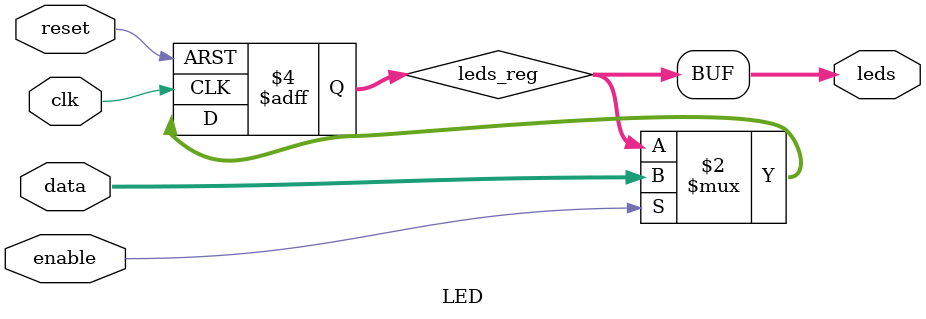
<source format=sv>
`default_nettype none

module LED (
    input wire clk,
    input wire reset,
    input wire [15:0] data,
    input wire enable,
    output wire [15:0] leds
);

logic [15:0] leds_reg;

always_ff @ (posedge clk or posedge reset) begin
    if (reset) begin
        leds_reg <= 16'd0;
    end else begin
        if (enable)
            leds_reg <= data;
    end
end

assign leds = leds_reg;

endmodule
</source>
